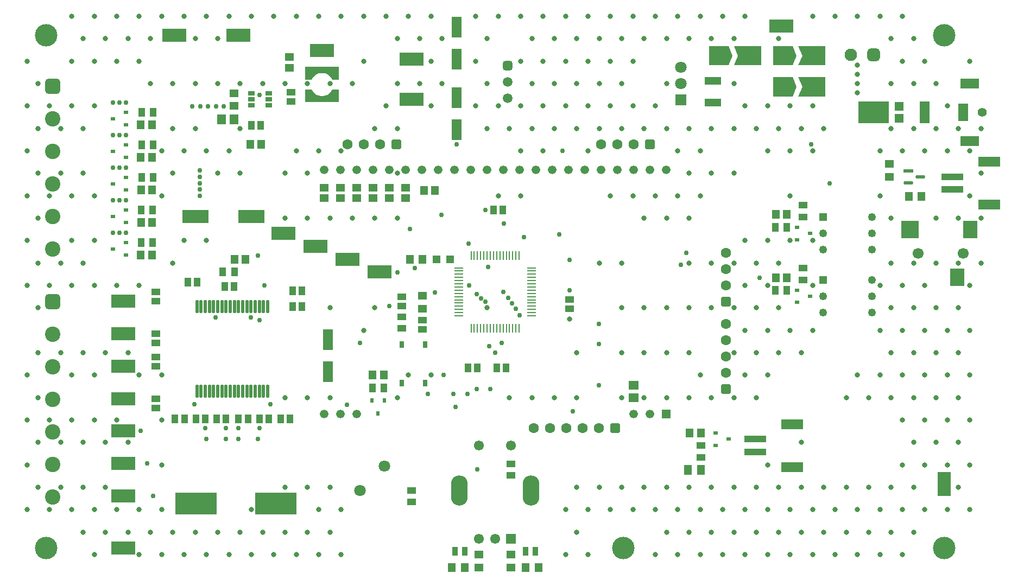
<source format=gbr>
%TF.GenerationSoftware,Altium Limited,Altium Designer,22.5.1 (42)*%
G04 Layer_Color=8388736*
%FSLAX43Y43*%
%MOMM*%
%TF.SameCoordinates,16143D8C-65FE-44CA-9B93-5BB87F4A9255*%
%TF.FilePolarity,Negative*%
%TF.FileFunction,Soldermask,Top*%
%TF.Part,Single*%
G01*
G75*
%TA.AperFunction,SMDPad,CuDef*%
%ADD10R,1.450X1.200*%
%ADD11R,1.350X1.000*%
%ADD12R,3.800X2.030*%
%ADD13R,2.030X3.800*%
%ADD14R,2.000X2.000*%
%ADD15R,6.500X3.500*%
%ADD16R,1.055X1.356*%
%ADD17R,1.550X1.350*%
%ADD18R,1.356X1.055*%
%ADD20R,4.100X2.000*%
%ADD21R,1.150X1.450*%
%ADD22R,1.200X1.450*%
%ADD23R,0.700X0.600*%
%ADD24R,3.400X1.500*%
%ADD25R,3.500X1.000*%
%ADD26R,2.200X2.800*%
%ADD27R,2.800X2.800*%
G04:AMPARAMS|DCode=28|XSize=1.524mm|YSize=0.578mm|CornerRadius=0.289mm|HoleSize=0mm|Usage=FLASHONLY|Rotation=0.000|XOffset=0mm|YOffset=0mm|HoleType=Round|Shape=RoundedRectangle|*
%AMROUNDEDRECTD28*
21,1,1.524,0.000,0,0,0.0*
21,1,0.946,0.578,0,0,0.0*
1,1,0.578,0.473,0.000*
1,1,0.578,-0.473,0.000*
1,1,0.578,-0.473,0.000*
1,1,0.578,0.473,0.000*
%
%ADD28ROUNDEDRECTD28*%
%ADD29R,1.524X0.578*%
%ADD30R,1.456X1.255*%
%ADD31R,0.950X1.350*%
%ADD32R,1.250X1.550*%
G04:AMPARAMS|DCode=33|XSize=1.99mm|YSize=0.48mm|CornerRadius=0.06mm|HoleSize=0mm|Usage=FLASHONLY|Rotation=270.000|XOffset=0mm|YOffset=0mm|HoleType=Round|Shape=RoundedRectangle|*
%AMROUNDEDRECTD33*
21,1,1.990,0.360,0,0,270.0*
21,1,1.870,0.480,0,0,270.0*
1,1,0.120,-0.180,-0.935*
1,1,0.120,-0.180,0.935*
1,1,0.120,0.180,0.935*
1,1,0.120,0.180,-0.935*
%
%ADD33ROUNDEDRECTD33*%
%ADD34R,2.500X1.250*%
%ADD35R,0.700X1.000*%
%ADD36R,0.600X0.700*%
%ADD37R,1.000X1.350*%
%ADD38R,4.860X3.360*%
%ADD39R,1.400X1.390*%
G04:AMPARAMS|DCode=40|XSize=1.1mm|YSize=0.6mm|CornerRadius=0.051mm|HoleSize=0mm|Usage=FLASHONLY|Rotation=0.000|XOffset=0mm|YOffset=0mm|HoleType=Round|Shape=RoundedRectangle|*
%AMROUNDEDRECTD40*
21,1,1.100,0.498,0,0,0.0*
21,1,0.998,0.600,0,0,0.0*
1,1,0.102,0.499,-0.249*
1,1,0.102,-0.499,-0.249*
1,1,0.102,-0.499,0.249*
1,1,0.102,0.499,0.249*
%
%ADD40ROUNDEDRECTD40*%
%ADD41R,1.200X1.200*%
%ADD42R,1.050X1.450*%
%ADD43R,1.450X1.050*%
%ADD44R,1.255X1.456*%
%ADD45R,1.600X3.200*%
%ADD46R,1.341X0.279*%
%ADD47R,0.279X1.341*%
%ADD48R,1.400X1.500*%
%TA.AperFunction,ComponentPad*%
G04:AMPARAMS|DCode=54|XSize=2.6mm|YSize=4.7mm|CornerRadius=1.3mm|HoleSize=0mm|Usage=FLASHONLY|Rotation=180.000|XOffset=0mm|YOffset=0mm|HoleType=Round|Shape=RoundedRectangle|*
%AMROUNDEDRECTD54*
21,1,2.600,2.100,0,0,180.0*
21,1,0.000,4.700,0,0,180.0*
1,1,2.600,0.000,1.050*
1,1,2.600,0.000,1.050*
1,1,2.600,0.000,-1.050*
1,1,2.600,0.000,-1.050*
%
%ADD54ROUNDEDRECTD54*%
%ADD55C,1.550*%
%ADD56R,1.550X1.550*%
%ADD57C,1.337*%
%ADD58R,1.337X1.337*%
%ADD59R,1.250X1.250*%
%ADD60C,1.250*%
%ADD61C,1.700*%
%ADD62R,3.000X1.500*%
%ADD63C,1.400*%
%ADD64R,1.500X3.500*%
%ADD65R,1.500X2.800*%
%ADD66C,2.400*%
G04:AMPARAMS|DCode=67|XSize=2.4mm|YSize=2.4mm|CornerRadius=0.6mm|HoleSize=0mm|Usage=FLASHONLY|Rotation=270.000|XOffset=0mm|YOffset=0mm|HoleType=Round|Shape=RoundedRectangle|*
%AMROUNDEDRECTD67*
21,1,2.400,1.200,0,0,270.0*
21,1,1.200,2.400,0,0,270.0*
1,1,1.200,-0.600,-0.600*
1,1,1.200,-0.600,0.600*
1,1,1.200,0.600,0.600*
1,1,1.200,0.600,-0.600*
%
%ADD67ROUNDEDRECTD67*%
%ADD68C,1.600*%
G04:AMPARAMS|DCode=69|XSize=1.6mm|YSize=1.6mm|CornerRadius=0.4mm|HoleSize=0mm|Usage=FLASHONLY|Rotation=180.000|XOffset=0mm|YOffset=0mm|HoleType=Round|Shape=RoundedRectangle|*
%AMROUNDEDRECTD69*
21,1,1.600,0.800,0,0,180.0*
21,1,0.800,1.600,0,0,180.0*
1,1,0.800,-0.400,0.400*
1,1,0.800,0.400,0.400*
1,1,0.800,0.400,-0.400*
1,1,0.800,-0.400,-0.400*
%
%ADD69ROUNDEDRECTD69*%
G04:AMPARAMS|DCode=70|XSize=1.5mm|YSize=1.5mm|CornerRadius=0.375mm|HoleSize=0mm|Usage=FLASHONLY|Rotation=270.000|XOffset=0mm|YOffset=0mm|HoleType=Round|Shape=RoundedRectangle|*
%AMROUNDEDRECTD70*
21,1,1.500,0.750,0,0,270.0*
21,1,0.750,1.500,0,0,270.0*
1,1,0.750,-0.375,-0.375*
1,1,0.750,-0.375,0.375*
1,1,0.750,0.375,0.375*
1,1,0.750,0.375,-0.375*
%
%ADD70ROUNDEDRECTD70*%
%ADD71C,1.500*%
%TA.AperFunction,ViaPad*%
%ADD72C,3.500*%
%TA.AperFunction,ComponentPad*%
%ADD73C,1.800*%
%ADD74R,1.800X1.800*%
%ADD75C,1.950*%
G04:AMPARAMS|DCode=76|XSize=1.95mm|YSize=1.95mm|CornerRadius=0.488mm|HoleSize=0mm|Usage=FLASHONLY|Rotation=180.000|XOffset=0mm|YOffset=0mm|HoleType=Round|Shape=RoundedRectangle|*
%AMROUNDEDRECTD76*
21,1,1.950,0.975,0,0,180.0*
21,1,0.975,1.950,0,0,180.0*
1,1,0.975,-0.488,0.488*
1,1,0.975,0.488,0.488*
1,1,0.975,0.488,-0.488*
1,1,0.975,-0.488,-0.488*
%
%ADD76ROUNDEDRECTD76*%
G04:AMPARAMS|DCode=77|XSize=1.6mm|YSize=1.6mm|CornerRadius=0.4mm|HoleSize=0mm|Usage=FLASHONLY|Rotation=90.000|XOffset=0mm|YOffset=0mm|HoleType=Round|Shape=RoundedRectangle|*
%AMROUNDEDRECTD77*
21,1,1.600,0.800,0,0,90.0*
21,1,0.800,1.600,0,0,90.0*
1,1,0.800,0.400,0.400*
1,1,0.800,0.400,-0.400*
1,1,0.800,-0.400,-0.400*
1,1,0.800,-0.400,0.400*
%
%ADD77ROUNDEDRECTD77*%
%TA.AperFunction,ViaPad*%
%ADD78C,0.800*%
%ADD79C,0.750*%
G36*
X46364Y76602D02*
X46442Y76450D01*
X46641Y76172D01*
X46888Y75937D01*
X47176Y75752D01*
X47493Y75625D01*
X47829Y75560D01*
X48171Y75560D01*
X48506Y75625D01*
X48824Y75752D01*
X49112Y75936D01*
X49359Y76172D01*
X49558Y76450D01*
X49636Y76602D01*
X49636Y76602D01*
X50650D01*
Y74602D01*
X45350D01*
Y76602D01*
X45350Y76602D01*
X46364D01*
X46364Y76602D01*
D02*
G37*
G36*
X50650Y78102D02*
X50650Y78102D01*
X49636D01*
X49558Y78254D01*
X49359Y78532D01*
X49112Y78768D01*
X48824Y78952D01*
X48507Y79079D01*
X48171Y79144D01*
X47829Y79144D01*
X47494Y79079D01*
X47176Y78953D01*
X46888Y78768D01*
X46641Y78532D01*
X46442Y78254D01*
X46364Y78102D01*
X46364Y78102D01*
X45350D01*
Y80102D01*
X50650D01*
Y78102D01*
D02*
G37*
G36*
X112013Y81840D02*
X111401Y80340D01*
X108400Y80340D01*
Y83340D01*
X111401D01*
X112013Y81840D01*
D02*
G37*
G36*
X116512Y80340D02*
X112287D01*
X112900Y81840D01*
X112287Y83340D01*
X116512D01*
Y80340D01*
D02*
G37*
G36*
X122013Y77000D02*
X121401Y75500D01*
X118400Y75500D01*
Y78500D01*
X121401D01*
X122013Y77000D01*
D02*
G37*
G36*
Y81840D02*
X121401Y80340D01*
X118400Y80340D01*
Y83340D01*
X121401D01*
X122013Y81840D01*
D02*
G37*
G36*
X126512Y75500D02*
X122287D01*
X122900Y77000D01*
X122287Y78500D01*
X126512D01*
Y75500D01*
D02*
G37*
G36*
Y80340D02*
X122287D01*
X122900Y81840D01*
X122287Y83340D01*
X126512D01*
Y80340D01*
D02*
G37*
D10*
X34300Y74002D02*
D03*
Y76002D02*
D03*
X77500Y4000D02*
D03*
Y2000D02*
D03*
X72500Y4000D02*
D03*
Y2000D02*
D03*
X63700Y44400D02*
D03*
Y42400D02*
D03*
X136500Y62950D02*
D03*
Y64950D02*
D03*
D11*
X77500Y18127D02*
D03*
Y16327D02*
D03*
X62000Y14000D02*
D03*
Y12200D02*
D03*
X107100Y21000D02*
D03*
Y19200D02*
D03*
X60425Y39326D02*
D03*
Y41126D02*
D03*
D12*
X17000Y5000D02*
D03*
X119600Y86500D02*
D03*
X48000Y82699D02*
D03*
X35000Y85000D02*
D03*
X62000Y75079D02*
D03*
X25000Y85000D02*
D03*
X62000Y81300D02*
D03*
X17000Y43560D02*
D03*
Y33400D02*
D03*
Y38480D02*
D03*
Y28320D02*
D03*
X57000Y48100D02*
D03*
X52000Y50100D02*
D03*
X47000Y52100D02*
D03*
X42000Y54100D02*
D03*
X17000Y13120D02*
D03*
Y18200D02*
D03*
Y23280D02*
D03*
D13*
X145000Y15000D02*
D03*
D14*
X110125Y81840D02*
D03*
X115000D02*
D03*
X120125D02*
D03*
X125000D02*
D03*
X120125Y77000D02*
D03*
X125000D02*
D03*
D15*
X40848Y12000D02*
D03*
X28348D02*
D03*
D16*
X76202Y57800D02*
D03*
X74750D02*
D03*
X72250Y33100D02*
D03*
X70798D02*
D03*
X75248D02*
D03*
X76700D02*
D03*
X43400Y45190D02*
D03*
X44852D02*
D03*
X43400Y42700D02*
D03*
X44852D02*
D03*
X25100Y25150D02*
D03*
X26552D02*
D03*
X43026D02*
D03*
X41574D02*
D03*
X38250D02*
D03*
X39702D02*
D03*
X38452Y71000D02*
D03*
X37000D02*
D03*
X28564Y46500D02*
D03*
X27112D02*
D03*
X32848Y45800D02*
D03*
X34300D02*
D03*
X33050Y25150D02*
D03*
X31598D02*
D03*
X35000D02*
D03*
X36452D02*
D03*
X29800D02*
D03*
X28348D02*
D03*
D17*
X96590Y30450D02*
D03*
Y28500D02*
D03*
D18*
X86600Y42320D02*
D03*
Y43772D02*
D03*
X43200Y74674D02*
D03*
Y76126D02*
D03*
X60425Y42750D02*
D03*
Y44201D02*
D03*
X22075Y28320D02*
D03*
Y26868D02*
D03*
Y38480D02*
D03*
Y37028D02*
D03*
Y43560D02*
D03*
Y45012D02*
D03*
Y33348D02*
D03*
Y34800D02*
D03*
X63700Y40600D02*
D03*
Y39148D02*
D03*
D20*
X37000Y56780D02*
D03*
X28300D02*
D03*
D21*
X36100Y50100D02*
D03*
X34350D02*
D03*
X105350Y22950D02*
D03*
X107100D02*
D03*
X55885Y32000D02*
D03*
X57635D02*
D03*
X120500Y57100D02*
D03*
X118750D02*
D03*
X120500Y47200D02*
D03*
X118750D02*
D03*
X19725Y71070D02*
D03*
X21475D02*
D03*
X19725Y65990D02*
D03*
X21475D02*
D03*
X19775Y60910D02*
D03*
X21525D02*
D03*
X19725Y50750D02*
D03*
X21475D02*
D03*
X19775Y55830D02*
D03*
X21525D02*
D03*
D22*
X68250Y2000D02*
D03*
X70250D02*
D03*
X81750D02*
D03*
X79750D02*
D03*
X61700Y50100D02*
D03*
X63700D02*
D03*
X139500Y59900D02*
D03*
X141500D02*
D03*
D23*
X111400Y22000D02*
D03*
X109400Y21050D02*
D03*
Y22950D02*
D03*
X122100Y45250D02*
D03*
Y43350D02*
D03*
X124100Y44300D02*
D03*
X122100Y55050D02*
D03*
Y53150D02*
D03*
X124100Y54100D02*
D03*
X15400Y61860D02*
D03*
X17400Y62810D02*
D03*
Y60910D02*
D03*
X15400Y66940D02*
D03*
X17400Y67890D02*
D03*
Y65990D02*
D03*
X15400Y72020D02*
D03*
X17400Y72970D02*
D03*
Y71070D02*
D03*
Y50750D02*
D03*
Y52650D02*
D03*
X15400Y51700D02*
D03*
X17400Y55830D02*
D03*
Y57730D02*
D03*
X15400Y56780D02*
D03*
D24*
X121300Y24350D02*
D03*
Y17650D02*
D03*
X152025Y58600D02*
D03*
Y65300D02*
D03*
D25*
X115550Y22000D02*
D03*
Y20000D02*
D03*
X146275Y60950D02*
D03*
Y62950D02*
D03*
D26*
X147100Y47300D02*
D03*
X149100Y54700D02*
D03*
D27*
X139700D02*
D03*
D28*
X141300Y62950D02*
D03*
X139480Y62000D02*
D03*
D29*
Y63900D02*
D03*
D30*
X42882Y81626D02*
D03*
Y79974D02*
D03*
X61030Y61277D02*
D03*
Y59625D02*
D03*
X58490Y61277D02*
D03*
Y59625D02*
D03*
X55950Y61277D02*
D03*
Y59625D02*
D03*
X53410Y61277D02*
D03*
Y59625D02*
D03*
X50870Y61277D02*
D03*
Y59625D02*
D03*
X48330Y61277D02*
D03*
Y59625D02*
D03*
D31*
X81250Y4500D02*
D03*
X79750D02*
D03*
X68750D02*
D03*
X70250D02*
D03*
D32*
X107100Y17200D02*
D03*
X105050D02*
D03*
D33*
X39550Y29480D02*
D03*
X38900D02*
D03*
X38250D02*
D03*
X37600D02*
D03*
X36950D02*
D03*
X36300D02*
D03*
X35650D02*
D03*
X35000D02*
D03*
X34350D02*
D03*
X33700D02*
D03*
X33050D02*
D03*
X32400D02*
D03*
X31750D02*
D03*
X31100D02*
D03*
X30450D02*
D03*
X29800D02*
D03*
X29150D02*
D03*
X28500D02*
D03*
Y42700D02*
D03*
X29150D02*
D03*
X29800D02*
D03*
X30450D02*
D03*
X31100D02*
D03*
X31750D02*
D03*
X32400D02*
D03*
X33050D02*
D03*
X33700D02*
D03*
X34350D02*
D03*
X35000D02*
D03*
X35650D02*
D03*
X36300D02*
D03*
X36950D02*
D03*
X37600D02*
D03*
X38250D02*
D03*
X38900D02*
D03*
X39550D02*
D03*
D34*
X109000Y77950D02*
D03*
Y74550D02*
D03*
D35*
X60425Y30800D02*
D03*
Y36800D02*
D03*
X64125Y30800D02*
D03*
Y36800D02*
D03*
D36*
X56760Y26021D02*
D03*
X55810Y28021D02*
D03*
X57710D02*
D03*
D37*
X57660Y30000D02*
D03*
X55860D02*
D03*
X118700Y55050D02*
D03*
X120500D02*
D03*
X118700Y45250D02*
D03*
X120500D02*
D03*
X21625Y52650D02*
D03*
X19825D02*
D03*
X21625Y57730D02*
D03*
X19825D02*
D03*
X21675Y62810D02*
D03*
X19875D02*
D03*
X21675Y67890D02*
D03*
X19875D02*
D03*
X21675Y72970D02*
D03*
X19875D02*
D03*
D38*
X134000Y73000D02*
D03*
D39*
X137982Y73918D02*
D03*
X137982Y72082D02*
D03*
D40*
X39700Y76002D02*
D03*
Y75052D02*
D03*
Y74102D02*
D03*
X37000D02*
D03*
Y75052D02*
D03*
Y76002D02*
D03*
D41*
X67991Y50100D02*
D03*
X65891D02*
D03*
D42*
X32500Y48100D02*
D03*
X34350D02*
D03*
D43*
X123000Y46840D02*
D03*
Y48690D02*
D03*
Y58490D02*
D03*
Y56640D02*
D03*
D44*
X65600Y60823D02*
D03*
X63948D02*
D03*
X38500Y68000D02*
D03*
X36848D02*
D03*
D45*
X69000Y81300D02*
D03*
Y86300D02*
D03*
Y75300D02*
D03*
Y70300D02*
D03*
X48960Y32498D02*
D03*
Y37498D02*
D03*
D46*
X69326Y48750D02*
D03*
Y48250D02*
D03*
Y47750D02*
D03*
Y47250D02*
D03*
Y46750D02*
D03*
Y46250D02*
D03*
Y45750D02*
D03*
Y45250D02*
D03*
Y44750D02*
D03*
Y44250D02*
D03*
Y43750D02*
D03*
Y43250D02*
D03*
Y42750D02*
D03*
Y42250D02*
D03*
Y41750D02*
D03*
Y41250D02*
D03*
X80674D02*
D03*
Y41750D02*
D03*
Y42250D02*
D03*
Y42750D02*
D03*
Y43250D02*
D03*
Y43750D02*
D03*
Y44250D02*
D03*
Y44750D02*
D03*
Y45250D02*
D03*
Y45750D02*
D03*
Y46250D02*
D03*
Y46750D02*
D03*
Y47250D02*
D03*
Y47750D02*
D03*
Y48250D02*
D03*
Y48750D02*
D03*
D47*
X71250Y39326D02*
D03*
X71750D02*
D03*
X72250D02*
D03*
X72750D02*
D03*
X73250D02*
D03*
X73750D02*
D03*
X74250D02*
D03*
X74750D02*
D03*
X75250D02*
D03*
X75750D02*
D03*
X76250D02*
D03*
X76750D02*
D03*
X77250D02*
D03*
X77750D02*
D03*
X78250D02*
D03*
X78750D02*
D03*
Y50674D02*
D03*
X78250D02*
D03*
X77750D02*
D03*
X77250D02*
D03*
X76750D02*
D03*
X76250D02*
D03*
X75750D02*
D03*
X75250D02*
D03*
X74750D02*
D03*
X74250D02*
D03*
X73750D02*
D03*
X73250D02*
D03*
X72750D02*
D03*
X72250D02*
D03*
X71750D02*
D03*
X71250D02*
D03*
D48*
X34300Y71900D02*
D03*
X32300D02*
D03*
D54*
X69400Y14000D02*
D03*
X80600D02*
D03*
D55*
X72500Y6500D02*
D03*
X75000D02*
D03*
X72500Y21000D02*
D03*
X77500D02*
D03*
D56*
Y6500D02*
D03*
D57*
X48330Y25950D02*
D03*
X53410D02*
D03*
X50870D02*
D03*
X61030Y64050D02*
D03*
X71190D02*
D03*
X68650D02*
D03*
X66110D02*
D03*
X63570D02*
D03*
X58490D02*
D03*
X55950D02*
D03*
X53410D02*
D03*
X50870D02*
D03*
X48330D02*
D03*
X99130Y25950D02*
D03*
X96590D02*
D03*
X73730Y64050D02*
D03*
X101670D02*
D03*
X88970D02*
D03*
X83890D02*
D03*
X81350D02*
D03*
X78810D02*
D03*
X76270D02*
D03*
X91510D02*
D03*
X94050D02*
D03*
X96590D02*
D03*
X86430D02*
D03*
X99130D02*
D03*
D58*
X101670Y25950D02*
D03*
D59*
X126190Y56640D02*
D03*
Y46840D02*
D03*
D60*
Y54100D02*
D03*
Y51560D02*
D03*
X133810D02*
D03*
Y54100D02*
D03*
Y56640D02*
D03*
X126190Y44300D02*
D03*
Y41760D02*
D03*
X133810D02*
D03*
Y44300D02*
D03*
Y46840D02*
D03*
D61*
X148000Y51000D02*
D03*
X141000D02*
D03*
D62*
X149000Y68500D02*
D03*
Y77500D02*
D03*
D63*
X151000Y73000D02*
D03*
D64*
X142000D02*
D03*
D65*
X148000D02*
D03*
D66*
X6000Y13000D02*
D03*
Y18080D02*
D03*
Y28240D02*
D03*
Y38400D02*
D03*
Y33320D02*
D03*
Y23160D02*
D03*
X6000Y51700D02*
D03*
Y56780D02*
D03*
Y66940D02*
D03*
Y72020D02*
D03*
Y61860D02*
D03*
D67*
X6000Y43480D02*
D03*
X6000Y77100D02*
D03*
D68*
X57080Y68000D02*
D03*
X54540D02*
D03*
X52000D02*
D03*
X96590D02*
D03*
X94050D02*
D03*
X91510D02*
D03*
X81000Y23700D02*
D03*
X83540D02*
D03*
X88620D02*
D03*
X91160D02*
D03*
X86080D02*
D03*
X111000Y34920D02*
D03*
Y32380D02*
D03*
Y37460D02*
D03*
Y40000D02*
D03*
Y51120D02*
D03*
Y48580D02*
D03*
Y46040D02*
D03*
D69*
X59620Y68000D02*
D03*
X99130D02*
D03*
X93700Y23700D02*
D03*
D70*
X77000Y80300D02*
D03*
D71*
Y77760D02*
D03*
Y75220D02*
D03*
D72*
X95000Y5000D02*
D03*
X5000Y85000D02*
D03*
X145000D02*
D03*
X5000Y5000D02*
D03*
X145000D02*
D03*
D73*
X53900Y14000D02*
D03*
X57710Y17810D02*
D03*
X104000Y77460D02*
D03*
Y80000D02*
D03*
D74*
Y74920D02*
D03*
D75*
X130500Y82000D02*
D03*
D76*
X134000D02*
D03*
D77*
X111000Y29840D02*
D03*
Y43500D02*
D03*
D78*
X131500Y76081D02*
D03*
Y77501D02*
D03*
Y80340D02*
D03*
Y78920D02*
D03*
X86600Y40761D02*
D03*
X138500Y88000D02*
D03*
X140250Y84500D02*
D03*
X135000Y88000D02*
D03*
X136750Y84500D02*
D03*
X131500Y88000D02*
D03*
X128000D02*
D03*
X124500D02*
D03*
Y74000D02*
D03*
X126250Y70500D02*
D03*
X124500Y67000D02*
D03*
Y53000D02*
D03*
Y46000D02*
D03*
Y39000D02*
D03*
X121000Y74000D02*
D03*
X122750Y70500D02*
D03*
X121000Y67000D02*
D03*
Y60000D02*
D03*
Y53000D02*
D03*
Y39000D02*
D03*
X122750Y35500D02*
D03*
X119250Y84500D02*
D03*
X117500Y74000D02*
D03*
X119250Y70500D02*
D03*
X117500Y67000D02*
D03*
Y53000D02*
D03*
X119250Y49500D02*
D03*
X117500Y46000D02*
D03*
X119250Y42500D02*
D03*
X117500Y39000D02*
D03*
X119250Y35500D02*
D03*
X117500Y32000D02*
D03*
X114000Y88000D02*
D03*
Y74000D02*
D03*
X115750Y70500D02*
D03*
X114000Y53000D02*
D03*
X115750Y49500D02*
D03*
X114000Y46000D02*
D03*
X115750Y42500D02*
D03*
X114000Y39000D02*
D03*
X115750Y35500D02*
D03*
X114000Y32000D02*
D03*
X115750Y28500D02*
D03*
X110500Y88000D02*
D03*
X112250Y84500D02*
D03*
Y77500D02*
D03*
Y70500D02*
D03*
Y63500D02*
D03*
Y49500D02*
D03*
Y42500D02*
D03*
Y35500D02*
D03*
Y28500D02*
D03*
X107000Y88000D02*
D03*
X108750Y84500D02*
D03*
Y70500D02*
D03*
X107000Y67000D02*
D03*
X108750Y63500D02*
D03*
X107000Y60000D02*
D03*
X108750Y49500D02*
D03*
Y42500D02*
D03*
X107000Y32000D02*
D03*
X108750Y28500D02*
D03*
X103500Y88000D02*
D03*
X105250Y84500D02*
D03*
Y70500D02*
D03*
X103500Y67000D02*
D03*
X105250Y63500D02*
D03*
X103500Y60000D02*
D03*
X105250Y56500D02*
D03*
Y49500D02*
D03*
Y42500D02*
D03*
Y35500D02*
D03*
Y28500D02*
D03*
X100000Y88000D02*
D03*
X101750Y84500D02*
D03*
Y77500D02*
D03*
X100000Y74000D02*
D03*
X101750Y70500D02*
D03*
X100000Y60000D02*
D03*
X101750Y56500D02*
D03*
Y42500D02*
D03*
Y35500D02*
D03*
Y28500D02*
D03*
X96500Y88000D02*
D03*
X98250Y84500D02*
D03*
X96500Y81000D02*
D03*
Y74000D02*
D03*
X98250Y70500D02*
D03*
X96500Y60000D02*
D03*
X98250Y56500D02*
D03*
Y42500D02*
D03*
Y35500D02*
D03*
Y28500D02*
D03*
X93000Y88000D02*
D03*
X94750Y84500D02*
D03*
X93000Y81000D02*
D03*
X94750Y77500D02*
D03*
X93000Y74000D02*
D03*
X94750Y70500D02*
D03*
X93000Y60000D02*
D03*
X94750Y49500D02*
D03*
Y42500D02*
D03*
Y35500D02*
D03*
Y28500D02*
D03*
X89500Y88000D02*
D03*
X91250Y84500D02*
D03*
X89500Y81000D02*
D03*
X91250Y77500D02*
D03*
X89500Y74000D02*
D03*
X91250Y70500D02*
D03*
X89500Y67000D02*
D03*
X91250Y49500D02*
D03*
X86000Y88000D02*
D03*
X87750Y84500D02*
D03*
X86000Y81000D02*
D03*
X87750Y77500D02*
D03*
X86000Y74000D02*
D03*
X87750Y70500D02*
D03*
Y35500D02*
D03*
Y28500D02*
D03*
X82500Y88000D02*
D03*
X84250Y84500D02*
D03*
X82500Y81000D02*
D03*
X84250Y77500D02*
D03*
X82500Y74000D02*
D03*
X84250Y70500D02*
D03*
X82500Y67000D02*
D03*
X84250Y28500D02*
D03*
X79000Y88000D02*
D03*
X80750Y84500D02*
D03*
X79000Y81000D02*
D03*
X80750Y77500D02*
D03*
X79000Y74000D02*
D03*
X80750Y70500D02*
D03*
X79000Y67000D02*
D03*
Y60000D02*
D03*
X80750Y28500D02*
D03*
X75500Y88000D02*
D03*
Y74000D02*
D03*
X77250Y70500D02*
D03*
X75500Y60000D02*
D03*
X77250Y28500D02*
D03*
X72000Y88000D02*
D03*
X73750Y84500D02*
D03*
X72000Y81000D02*
D03*
X73750Y77500D02*
D03*
X72000Y74000D02*
D03*
X73750Y70500D02*
D03*
Y42500D02*
D03*
X65000Y88000D02*
D03*
X66750Y84500D02*
D03*
X65000Y81000D02*
D03*
X66750Y77500D02*
D03*
X65000Y74000D02*
D03*
Y32000D02*
D03*
X61500Y88000D02*
D03*
X63250Y84500D02*
D03*
Y77500D02*
D03*
X61500Y32000D02*
D03*
X58000Y88000D02*
D03*
X59750Y84500D02*
D03*
Y77500D02*
D03*
X58000Y74000D02*
D03*
X59750Y70500D02*
D03*
Y63500D02*
D03*
Y56500D02*
D03*
Y28500D02*
D03*
X54500Y88000D02*
D03*
Y81000D02*
D03*
X56250Y70500D02*
D03*
Y56500D02*
D03*
Y42500D02*
D03*
X54500Y39000D02*
D03*
X51000Y88000D02*
D03*
X52750Y77500D02*
D03*
X51000Y67000D02*
D03*
X52750Y56500D02*
D03*
X47500Y88000D02*
D03*
X49250Y77500D02*
D03*
X47500Y67000D02*
D03*
X49250Y56500D02*
D03*
Y42500D02*
D03*
X44000Y88000D02*
D03*
X45750Y77500D02*
D03*
X44000Y67000D02*
D03*
X45750Y63500D02*
D03*
Y56500D02*
D03*
X40500Y88000D02*
D03*
X42250Y77500D02*
D03*
Y63500D02*
D03*
Y56500D02*
D03*
X37000Y88000D02*
D03*
X38750Y77500D02*
D03*
X33500Y88000D02*
D03*
X35250Y77500D02*
D03*
Y70500D02*
D03*
X33500Y67000D02*
D03*
X35250Y63500D02*
D03*
X30000Y88000D02*
D03*
X31750Y84500D02*
D03*
Y77500D02*
D03*
X30000Y67000D02*
D03*
X31750Y63500D02*
D03*
X30000Y53000D02*
D03*
X26500Y88000D02*
D03*
X28250Y84500D02*
D03*
Y77500D02*
D03*
Y70500D02*
D03*
X26500Y67000D02*
D03*
Y53000D02*
D03*
X23000Y88000D02*
D03*
X24750Y77500D02*
D03*
Y70500D02*
D03*
X23000Y67000D02*
D03*
X24750Y63500D02*
D03*
X23000Y60000D02*
D03*
X24750Y49500D02*
D03*
X19500Y88000D02*
D03*
X21250Y84500D02*
D03*
X19500Y81000D02*
D03*
X21250Y77500D02*
D03*
X19500Y46000D02*
D03*
X16000Y88000D02*
D03*
X17750Y84500D02*
D03*
X16000Y81000D02*
D03*
Y46000D02*
D03*
X12500Y88000D02*
D03*
X14250Y84500D02*
D03*
X12500Y81000D02*
D03*
Y74000D02*
D03*
Y60000D02*
D03*
Y53000D02*
D03*
Y46000D02*
D03*
X9000Y88000D02*
D03*
X10750Y84500D02*
D03*
X9000Y81000D02*
D03*
Y74000D02*
D03*
X10750Y70500D02*
D03*
Y63500D02*
D03*
X9000Y60000D02*
D03*
Y53000D02*
D03*
X10750Y49500D02*
D03*
X9000Y46000D02*
D03*
X5500Y74000D02*
D03*
X7250Y70500D02*
D03*
Y63500D02*
D03*
X5500Y60000D02*
D03*
X7250Y49500D02*
D03*
X5500Y46000D02*
D03*
X2000Y81000D02*
D03*
X3750Y77500D02*
D03*
X2000Y74000D02*
D03*
X3750Y70500D02*
D03*
X2000Y67000D02*
D03*
X3750Y63500D02*
D03*
X2000Y60000D02*
D03*
X3750Y56500D02*
D03*
X2000Y53000D02*
D03*
X3750Y49500D02*
D03*
X2000Y46000D02*
D03*
X3750Y42500D02*
D03*
X35250Y7500D02*
D03*
X136750Y70500D02*
D03*
X37000Y11000D02*
D03*
X26500Y4000D02*
D03*
X140250Y35500D02*
D03*
X10750Y21500D02*
D03*
X122750Y14500D02*
D03*
X14250Y7500D02*
D03*
X47500Y11000D02*
D03*
X23000D02*
D03*
X28250Y7500D02*
D03*
X45750Y14500D02*
D03*
Y28500D02*
D03*
X135000Y4000D02*
D03*
X140250Y14500D02*
D03*
X89500Y4000D02*
D03*
X40500D02*
D03*
X19500Y32000D02*
D03*
X94750Y14500D02*
D03*
X143750Y21500D02*
D03*
X14250D02*
D03*
X12500Y25000D02*
D03*
X115750Y7500D02*
D03*
X138500Y4000D02*
D03*
X136750Y49500D02*
D03*
X7250Y35500D02*
D03*
X143750D02*
D03*
X149000Y60000D02*
D03*
X89500Y11000D02*
D03*
X149000Y81000D02*
D03*
X138500Y18000D02*
D03*
X140250Y77500D02*
D03*
X3750Y21500D02*
D03*
X122750D02*
D03*
X129750Y28500D02*
D03*
X51000Y4000D02*
D03*
X10750Y35500D02*
D03*
X145500Y18000D02*
D03*
X9000Y25000D02*
D03*
X138500Y81000D02*
D03*
X140250Y49500D02*
D03*
X51000Y11000D02*
D03*
X115750Y14500D02*
D03*
X12500Y32000D02*
D03*
Y11000D02*
D03*
X150750Y63500D02*
D03*
X14250Y35500D02*
D03*
X138500Y46000D02*
D03*
X142000Y11000D02*
D03*
X103500Y4000D02*
D03*
X119250Y7500D02*
D03*
X9000Y32000D02*
D03*
X136750Y28500D02*
D03*
X138500Y32000D02*
D03*
X149000Y46000D02*
D03*
X17750Y21500D02*
D03*
X147250Y49500D02*
D03*
X150750Y56500D02*
D03*
X140250Y7500D02*
D03*
X42250D02*
D03*
X86000Y4000D02*
D03*
X3750Y14500D02*
D03*
X145500Y39000D02*
D03*
X10750Y14500D02*
D03*
X112250D02*
D03*
X103500Y11000D02*
D03*
X19500D02*
D03*
X138500Y25000D02*
D03*
X128000Y11000D02*
D03*
X7250Y14500D02*
D03*
X119250D02*
D03*
X114000Y11000D02*
D03*
X126250Y7500D02*
D03*
X21250D02*
D03*
X135000Y60000D02*
D03*
X101750Y14500D02*
D03*
X135000Y46000D02*
D03*
X10750Y7500D02*
D03*
X150750Y49500D02*
D03*
X87750Y7500D02*
D03*
X86000Y11000D02*
D03*
X138500Y39000D02*
D03*
X150750Y70500D02*
D03*
X149000Y11000D02*
D03*
X49250Y7500D02*
D03*
X138500Y11000D02*
D03*
X140250Y28500D02*
D03*
X23000Y32000D02*
D03*
X108750Y7500D02*
D03*
X45750D02*
D03*
X33500Y4000D02*
D03*
X101750Y7500D02*
D03*
X7250Y21500D02*
D03*
X42250Y14500D02*
D03*
X140250Y21500D02*
D03*
X117500Y4000D02*
D03*
X135000Y39000D02*
D03*
X24750Y7500D02*
D03*
X136750Y56500D02*
D03*
X145500Y11000D02*
D03*
X122750Y7500D02*
D03*
X110500Y4000D02*
D03*
X5500Y25000D02*
D03*
X135000Y32000D02*
D03*
X9000Y11000D02*
D03*
X42250Y28500D02*
D03*
X16000Y11000D02*
D03*
X147250Y70500D02*
D03*
X143750Y42500D02*
D03*
X2000Y18000D02*
D03*
X124500Y4000D02*
D03*
X17750Y7500D02*
D03*
X142000Y32000D02*
D03*
Y46000D02*
D03*
X147250Y35500D02*
D03*
Y21500D02*
D03*
X149000Y39000D02*
D03*
X145500Y25000D02*
D03*
X3750Y28500D02*
D03*
X143750Y77500D02*
D03*
X23000Y18000D02*
D03*
X105250Y14500D02*
D03*
X136750Y42500D02*
D03*
X135000Y67000D02*
D03*
X149000Y18000D02*
D03*
X142000Y81000D02*
D03*
X107000Y11000D02*
D03*
X93000D02*
D03*
X100000D02*
D03*
X124500D02*
D03*
X110500D02*
D03*
X135000D02*
D03*
X133250Y7500D02*
D03*
X121000Y11000D02*
D03*
X142000Y39000D02*
D03*
X131500Y32000D02*
D03*
X147250Y56500D02*
D03*
X142000Y18000D02*
D03*
X143750Y70500D02*
D03*
X37000Y4000D02*
D03*
X23000D02*
D03*
X133250Y14500D02*
D03*
X108750D02*
D03*
X117500Y11000D02*
D03*
X12500Y4000D02*
D03*
X105250Y7500D02*
D03*
X145500Y67000D02*
D03*
X3750Y35500D02*
D03*
X19500Y4000D02*
D03*
X38750Y7500D02*
D03*
X14250Y14500D02*
D03*
X149000Y25000D02*
D03*
X142000D02*
D03*
X131500Y11000D02*
D03*
X91250Y14500D02*
D03*
X140250Y70500D02*
D03*
X133250Y28500D02*
D03*
X44000Y4000D02*
D03*
X87750Y14500D02*
D03*
X149000Y32000D02*
D03*
X31750Y7500D02*
D03*
X131500Y4000D02*
D03*
X147250Y28500D02*
D03*
X107000Y4000D02*
D03*
X147250Y14500D02*
D03*
X145500Y74000D02*
D03*
X47500Y4000D02*
D03*
X30000D02*
D03*
X136750Y77500D02*
D03*
X112250Y7500D02*
D03*
X140250Y42500D02*
D03*
X100000Y4000D02*
D03*
X2000Y25000D02*
D03*
X126250Y14500D02*
D03*
X143750Y49500D02*
D03*
X147250Y42500D02*
D03*
X16000Y25000D02*
D03*
X136750Y7500D02*
D03*
X49250Y28500D02*
D03*
X96500Y11000D02*
D03*
X23000Y25000D02*
D03*
X2000Y32000D02*
D03*
X129750Y7500D02*
D03*
X128000Y4000D02*
D03*
X5500Y11000D02*
D03*
X136750Y14500D02*
D03*
X98250D02*
D03*
X117500Y18000D02*
D03*
X2000Y11000D02*
D03*
X143750Y28500D02*
D03*
X142000Y67000D02*
D03*
X129750Y14500D02*
D03*
X143750Y56500D02*
D03*
X121000Y4000D02*
D03*
X136750Y35500D02*
D03*
X145500Y32000D02*
D03*
X17750Y35500D02*
D03*
X114000Y4000D02*
D03*
X138500Y67000D02*
D03*
X149000D02*
D03*
X49250Y14500D02*
D03*
D79*
X73916Y48911D02*
D03*
X58490Y42800D02*
D03*
X59748Y48000D02*
D03*
X91160Y40000D02*
D03*
Y36824D02*
D03*
Y30450D02*
D03*
X68800Y27000D02*
D03*
X68485Y29100D02*
D03*
X67000Y32000D02*
D03*
X70700Y29100D02*
D03*
X64500D02*
D03*
X76034Y37000D02*
D03*
X61700Y54800D02*
D03*
X66600Y57000D02*
D03*
X73469Y57800D02*
D03*
X86600Y45213D02*
D03*
X78839Y41322D02*
D03*
X72153Y44654D02*
D03*
X70953Y46010D02*
D03*
X72245Y17282D02*
D03*
X27795Y73967D02*
D03*
X29021D02*
D03*
X30247D02*
D03*
X31474D02*
D03*
X32700D02*
D03*
X15419Y74500D02*
D03*
X16444D02*
D03*
X17469D02*
D03*
X15419Y69420D02*
D03*
X16444D02*
D03*
X17469D02*
D03*
X15419Y64340D02*
D03*
X16444D02*
D03*
X17469D02*
D03*
X15419Y59260D02*
D03*
X16444D02*
D03*
X17469D02*
D03*
Y54180D02*
D03*
X16444D02*
D03*
X15419D02*
D03*
X127190Y61895D02*
D03*
X77373Y18127D02*
D03*
X87100Y26388D02*
D03*
X51895Y27386D02*
D03*
X69000Y68000D02*
D03*
X72153Y29840D02*
D03*
X74260D02*
D03*
X26498Y12000D02*
D03*
X28349D02*
D03*
X30200D02*
D03*
X38000Y50682D02*
D03*
X65607Y44913D02*
D03*
X73469Y43426D02*
D03*
X72783Y44010D02*
D03*
X61700Y50100D02*
D03*
X62500Y48694D02*
D03*
X124250Y68000D02*
D03*
X76381Y55668D02*
D03*
X76299Y44962D02*
D03*
X77043Y44078D02*
D03*
X85470Y66984D02*
D03*
X29800Y23700D02*
D03*
X33050D02*
D03*
X35000D02*
D03*
X38250D02*
D03*
X78263Y42335D02*
D03*
X77626Y43201D02*
D03*
X28098Y27491D02*
D03*
X20700Y18200D02*
D03*
X21700Y13120D02*
D03*
X40000Y27491D02*
D03*
X38000Y22000D02*
D03*
X35000D02*
D03*
X33050D02*
D03*
X30000D02*
D03*
X104000Y49246D02*
D03*
X31400Y41000D02*
D03*
X28960Y59961D02*
D03*
Y60959D02*
D03*
Y61946D02*
D03*
Y62948D02*
D03*
Y63949D02*
D03*
X85000Y54000D02*
D03*
X86600Y50000D02*
D03*
X38300Y75749D02*
D03*
X79500Y53500D02*
D03*
X116275Y47200D02*
D03*
X104816Y51120D02*
D03*
X53900Y37000D02*
D03*
X70900Y52500D02*
D03*
X75000Y35500D02*
D03*
X74100Y36500D02*
D03*
X36902Y41000D02*
D03*
X39000Y46000D02*
D03*
X38250Y40600D02*
D03*
X19700Y23280D02*
D03*
%TF.MD5,cb864c311ed87a438cddc6378d5ba186*%
M02*

</source>
